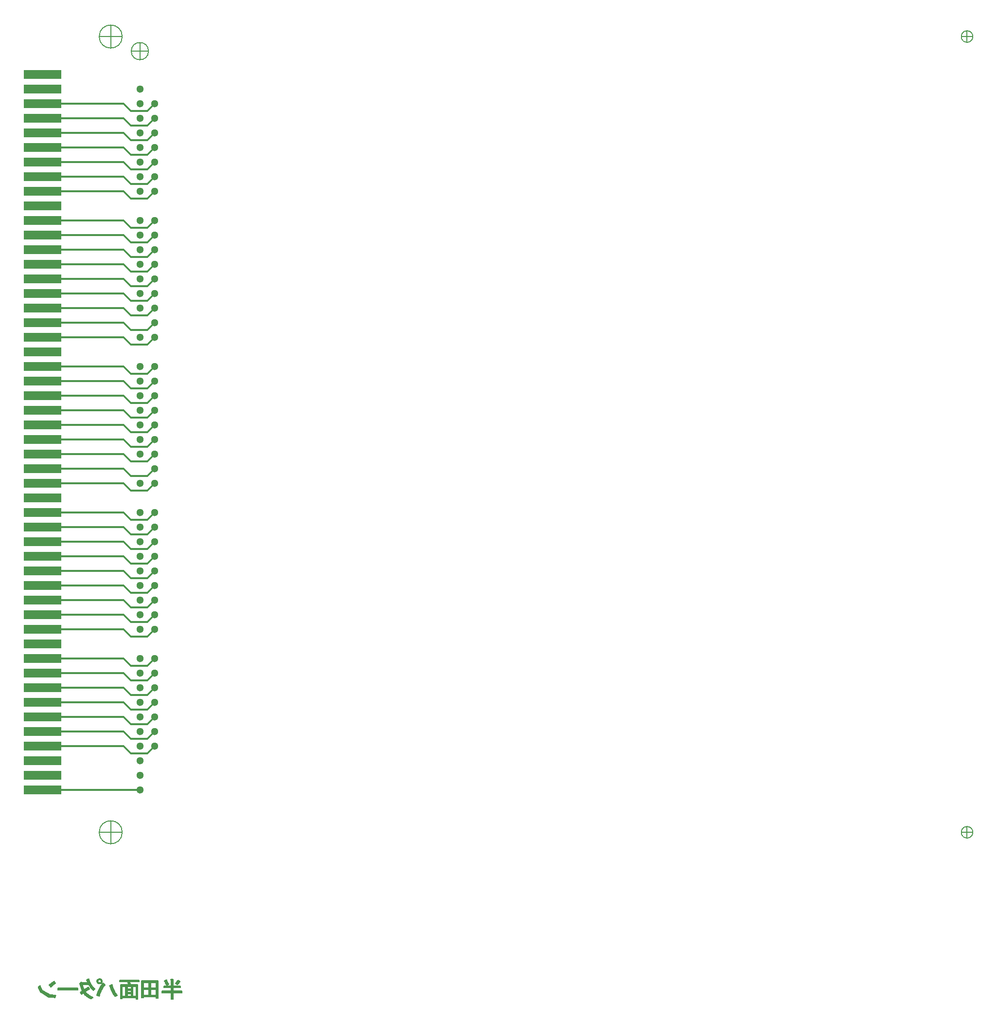
<source format=gbr>
G04 WinPCB Gerber Out *
G70*
G90*
G04 CSI RS-274X *
G04 Date: 2019/03/05 *
G04 Time: 11:11:37 *
%FSDAX66Y66*%
%MOIN*%
%IPPOS*%
%ADD10C,0.005906*%
%ADD11C,0.007874*%
%ADD12C,0.011811*%
%ADD13R,0.061024X0.061024*%
%ADD14C,0.051181*%
%C:\Users\user_EDA1\Documents\PC-98_C-BUS_Board\6.vgîÂ\01\2-1¼cÊzüw-L16.gbr*%
G01X000000000000Y000000000000D02*
G54D10*
X000001058110Y-000000844173D02*
X000001061181Y-000000838976D01*
D02*
X000001069212Y-000000827519D01*
D02*
X000001074055Y-000000821378D01*
D02*
X000001062362Y-000000812755D01*
D02*
X000001056811Y-000000817952D01*
D02*
X000001048189Y-000000829055D01*
D02*
X000001045118Y-000000834842D01*
D02*
X000001058110Y-000000844173D01*
X000001013818Y-000000887165D02*
X000000952283D01*
D02*
Y-000000898858D01*
D02*
X000001013818D01*
D02*
Y-000000943149D01*
D02*
X000001027874D01*
D02*
Y-000000898858D01*
D02*
X000001089409D01*
D02*
Y-000000887165D01*
D02*
X000001027874D01*
D02*
Y-000000864370D01*
D02*
X000001077126D01*
D02*
Y-000000852677D01*
D02*
X000001027874D01*
D02*
Y-000000806023D01*
D02*
X000001014409D01*
D02*
X000001011929Y-000000806378D01*
D02*
X000001011692Y-000000808149D01*
D02*
X000001013818Y-000000809685D01*
D02*
Y-000000852677D01*
D02*
X000000964566D01*
D02*
Y-000000864370D01*
D02*
X000001013818D01*
D02*
Y-000000887165D01*
X000000996574Y-000000840984D02*
X000000992559Y-000000834252D01*
D02*
X000000985826Y-000000819252D01*
D02*
X000000982992Y-000000810866D01*
D02*
X000000969527Y-000000816417D01*
D02*
X000000967755Y-000000817716D01*
D02*
X000000968346Y-000000818897D01*
D02*
X000000970708D01*
D02*
X000000974133Y-000000829055D01*
D02*
X000000980866Y-000000843228D01*
D02*
X000000984291Y-000000847244D01*
D02*
X000000996574Y-000000840984D01*
X000000911417Y-000000877362D02*
Y-000000914803D01*
D02*
X000000874448D01*
D02*
Y-000000877362D01*
D02*
X000000911417D01*
X000000874448Y-000000829409D02*
X000000911417D01*
D02*
Y-000000865669D01*
D02*
X000000874448D01*
D02*
Y-000000829409D01*
X000000862165Y-000000865669D02*
X000000824606D01*
D02*
Y-000000829409D01*
D02*
X000000862165D01*
D02*
Y-000000865669D01*
X000000824606Y-000000877362D02*
X000000862165D01*
D02*
Y-000000914803D01*
D02*
X000000824606D01*
D02*
Y-000000877362D01*
Y-000000933937D02*
Y-000000926496D01*
D02*
X000000911417D01*
D02*
Y-000000935708D01*
D02*
X000000925472D01*
D02*
Y-000000817716D01*
D02*
X000000810551D01*
D02*
Y-000000933937D01*
D02*
X000000824606D01*
X000000679212Y-000000939488D02*
Y-000000933346D01*
D02*
X000000773346D01*
D02*
Y-000000941850D01*
D02*
X000000785629D01*
D02*
Y-000000844763D01*
D02*
X000000735196D01*
D02*
X000000730236Y-000000824448D01*
D02*
X000000793070D01*
D02*
Y-000000812755D01*
D02*
X000000659606D01*
D02*
Y-000000824448D01*
D02*
X000000716181D01*
D02*
X000000722913Y-000000844763D01*
D02*
X000000666929D01*
D02*
Y-000000939488D01*
D02*
X000000679212D01*
X000000751850Y-000000856456D02*
X000000773346D01*
D02*
Y-000000921653D01*
D02*
X000000751850D01*
D02*
Y-000000856456D01*
X000000713110Y-000000906181D02*
X000000739566D01*
D02*
Y-000000921653D01*
D02*
X000000713110D01*
D02*
Y-000000906181D01*
Y-000000882204D02*
X000000739566D01*
D02*
Y-000000896378D01*
D02*
X000000713110D01*
D02*
Y-000000882204D01*
X000000739566Y-000000856456D02*
Y-000000872401D01*
D02*
X000000713110D01*
D02*
Y-000000856456D01*
D02*
X000000739566D01*
X000000700826D02*
Y-000000921653D01*
D02*
X000000679212D01*
D02*
Y-000000856456D01*
D02*
X000000700826D01*
X000000523425Y-000000837322D02*
X000000527086D01*
D02*
X000000533228Y-000000834960D01*
D02*
X000000535708Y-000000832480D01*
D02*
X000000538188Y-000000830000D01*
D02*
X000000540551Y-000000823858D01*
D02*
Y-000000820078D01*
D02*
Y-000000816417D01*
D02*
X000000538188Y-000000810275D01*
D02*
X000000535708Y-000000807795D01*
D02*
X000000533228Y-000000805433D01*
D02*
X000000527086Y-000000802952D01*
D02*
X000000523425D01*
D02*
X000000519763D01*
D02*
X000000513503Y-000000805433D01*
D02*
X000000511023Y-000000807795D01*
D02*
X000000508661Y-000000810275D01*
D02*
X000000506181Y-000000816417D01*
D02*
Y-000000820078D01*
D02*
Y-000000823858D01*
D02*
X000000508661Y-000000830000D01*
D02*
X000000511023Y-000000832480D01*
D02*
X000000513503Y-000000834960D01*
D02*
X000000519763Y-000000837322D01*
D02*
X000000523425D01*
Y-000000831181D02*
X000000520944D01*
D02*
X000000516929Y-000000829645D01*
D02*
X000000515393Y-000000828110D01*
D02*
X000000513858Y-000000826574D01*
D02*
X000000512322Y-000000822559D01*
D02*
Y-000000820078D01*
D02*
Y-000000817716D01*
D02*
X000000513858Y-000000813700D01*
D02*
X000000515393Y-000000812165D01*
D02*
X000000516929Y-000000810629D01*
D02*
X000000520944Y-000000809094D01*
D02*
X000000523425D01*
D02*
X000000525905D01*
D02*
X000000529803Y-000000810629D01*
D02*
X000000531338Y-000000812165D01*
D02*
X000000532874Y-000000813700D01*
D02*
X000000534409Y-000000817716D01*
D02*
Y-000000820078D01*
D02*
Y-000000822559D01*
D02*
X000000532874Y-000000826574D01*
D02*
X000000531338Y-000000828110D01*
D02*
X000000529803Y-000000829645D01*
D02*
X000000525905Y-000000831181D01*
D02*
X000000523425D01*
X000000547992Y-000000834252D02*
X000000532637Y-000000853622D01*
D02*
X000000510787Y-000000894606D01*
D02*
X000000504291Y-000000916102D01*
D02*
X000000520944Y-000000921653D01*
D02*
X000000528621Y-000000897322D01*
D02*
X000000548582Y-000000858582D01*
D02*
X000000560866Y-000000844173D01*
D02*
X000000547992Y-000000834252D01*
X000000594763Y-000000848425D02*
X000000592283Y-000000849960D01*
D02*
X000000592874Y-000000852795D01*
D02*
X000000595944Y-000000853976D01*
D02*
X000000601496Y-000000873346D01*
D02*
X000000619330Y-000000908779D01*
D02*
X000000631614Y-000000924724D01*
D02*
X000000645787Y-000000915511D01*
D02*
X000000632322Y-000000899212D01*
D02*
X000000614133Y-000000862362D01*
D02*
X000000609527Y-000000841692D01*
D02*
X000000594763Y-000000848425D01*
X000000438149Y-000000815826D02*
X000000439448Y-000000819488D01*
D02*
X000000442519Y-000000826574D01*
D02*
X000000444291Y-000000830000D01*
D02*
X000000403070D01*
D02*
X000000396338Y-000000827519D01*
D02*
X000000388307Y-000000835551D01*
D02*
X000000387125Y-000000837086D01*
D02*
X000000388425Y-000000839566D01*
D02*
X000000390787Y-000000840393D01*
D02*
X000000393267Y-000000852795D01*
D02*
X000000400708Y-000000875236D01*
D02*
X000000405551Y-000000885275D01*
D02*
X000000390787Y-000000895196D01*
D02*
X000000400000Y-000000908661D01*
D02*
X000000413582Y-000000898858D01*
D02*
X000000422559Y-000000911850D01*
D02*
X000000448070Y-000000932992D01*
D02*
X000000464606Y-000000941259D01*
D02*
X000000478779Y-000000930866D01*
D02*
X000000460354Y-000000923188D01*
D02*
X000000433897Y-000000902874D01*
D02*
X000000425866Y-000000890236D01*
D02*
X000000433543Y-000000885393D01*
D02*
X000000448661Y-000000876417D01*
D02*
X000000455984Y-000000872401D01*
D02*
X000000448661Y-000000861299D01*
D02*
X000000439094Y-000000865669D01*
D02*
X000000423385Y-000000873700D01*
D02*
X000000417244Y-000000877362D01*
D02*
X000000412637Y-000000867795D01*
D02*
X000000407086Y-000000850905D01*
D02*
X000000406141Y-000000843464D01*
D02*
X000000451141D01*
D02*
X000000456929Y-000000853976D01*
D02*
X000000471338Y-000000872992D01*
D02*
X000000479960Y-000000881614D01*
D02*
X000000491653Y-000000873582D01*
D02*
X000000476063Y-000000857283D01*
D02*
X000000455393Y-000000822913D01*
D02*
X000000450433Y-000000804724D01*
D02*
X000000435669Y-000000810866D01*
D02*
X000000433307Y-000000812165D01*
D02*
X000000434488Y-000000814645D01*
D02*
X000000438149Y-000000815826D01*
X000000373897Y-000000866259D02*
X000000236771D01*
D02*
Y-000000879842D01*
D02*
X000000373897D01*
D02*
Y-000000866259D01*
X000000102952Y-000000858818D02*
X000000119252Y-000000892716D01*
D02*
X000000174055Y-000000928385D01*
D02*
X000000212440Y-000000930157D01*
D02*
X000000213976Y-000000934173D01*
D02*
X000000217047Y-000000934763D01*
D02*
X000000218582Y-000000931456D01*
D02*
X000000223543Y-000000915511D01*
D02*
X000000183622Y-000000914566D01*
D02*
X000000129763Y-000000881614D01*
D02*
X000000115944Y-000000849606D01*
D02*
X000000102952Y-000000858818D01*
X000000189763D02*
X000000198031Y-000000851141D01*
D02*
X000000213740Y-000000838622D01*
D02*
X000000221062Y-000000833661D01*
D02*
X000000210669Y-000000820787D01*
D02*
X000000204173Y-000000824803D01*
D02*
X000000187874Y-000000838031D01*
D02*
X000000178070Y-000000847244D01*
D02*
X000000189763Y-000000858818D01*
X000001027874Y-000000943149D02*
X000001013818D01*
X000001027874Y-000000941378D02*
X000001013818D01*
X000000785629D02*
X000000773346D01*
X000001027874Y-000000939606D02*
X000001013818D01*
X000000785629D02*
X000000773346D01*
X000000466860D02*
X000000461299D01*
X000001027874Y-000000937834D02*
X000001013818D01*
X000000785629D02*
X000000773346D01*
X000000679212D02*
X000000666929D01*
X000000469277D02*
X000000457755D01*
X000001027874Y-000000936063D02*
X000001013818D01*
X000000785629D02*
X000000773346D01*
X000000679212D02*
X000000666929D01*
X000000471692D02*
X000000454212D01*
X000001027874Y-000000934291D02*
X000001013818D01*
X000000925472D02*
X000000911417D01*
X000000785629D02*
X000000773346D01*
X000000679212D02*
X000000666929D01*
X000000474109D02*
X000000450669D01*
X000000217266D02*
X000000214590D01*
X000001027874Y-000000932519D02*
X000001013818D01*
X000000925472D02*
X000000911417D01*
X000000824606D02*
X000000810551D01*
X000000785629D02*
X000000666929D01*
X000000476524D02*
X000000447500D01*
X000000218089D02*
X000000213344D01*
X000001027874Y-000000930748D02*
X000001013818D01*
X000000925472D02*
X000000911417D01*
X000000824606D02*
X000000810551D01*
X000000785629D02*
X000000666929D01*
X000000478495D02*
X000000445363D01*
X000000218803D02*
X000000212666D01*
X000001027874Y-000000928976D02*
X000001013818D01*
X000000925472D02*
X000000911417D01*
X000000824606D02*
X000000810551D01*
X000000785629D02*
X000000666929D01*
X000000474243D02*
X000000443225D01*
X000000219354D02*
X000000186850D01*
X000001027874Y-000000927204D02*
X000001013818D01*
X000000925472D02*
X000000911417D01*
X000000824606D02*
X000000810551D01*
X000000785629D02*
X000000666929D01*
X000000469991D02*
X000000441087D01*
X000000219905D02*
X000000172240D01*
X000001027874Y-000000925433D02*
X000001013818D01*
X000000925472D02*
X000000810551D01*
X000000785629D02*
X000000666929D01*
X000000465739D02*
X000000438949D01*
X000000220456D02*
X000000169518D01*
X000001027874Y-000000923661D02*
X000001013818D01*
X000000925472D02*
X000000810551D01*
X000000785629D02*
X000000666929D01*
X000000633249D02*
X000000630795D01*
X000000461487D02*
X000000436811D01*
X000000221007D02*
X000000166796D01*
X000001027874Y-000000921889D02*
X000001013818D01*
X000000925472D02*
X000000810551D01*
X000000785629D02*
X000000666929D01*
X000000635975D02*
X000000629430D01*
X000000458662D02*
X000000434673D01*
X000000221559D02*
X000000164074D01*
X000001027874Y-000000920118D02*
X000001013818D01*
X000000925472D02*
X000000810551D01*
X000000785629D02*
X000000773346D01*
X000000751850D02*
X000000739566D01*
X000000713110D02*
X000000700826D01*
X000000679212D02*
X000000666929D01*
X000000638700D02*
X000000628065D01*
X000000521429D02*
X000000516338D01*
X000000456355D02*
X000000432535D01*
X000000222110D02*
X000000161352D01*
X000001027874Y-000000918346D02*
X000001013818D01*
X000000925472D02*
X000000810551D01*
X000000785629D02*
X000000773346D01*
X000000751850D02*
X000000739566D01*
X000000713110D02*
X000000700826D01*
X000000679212D02*
X000000666929D01*
X000000641426D02*
X000000626700D01*
X000000521988D02*
X000000511023D01*
X000000454048D02*
X000000430398D01*
X000000222661D02*
X000000158630D01*
X000001027874Y-000000916574D02*
X000001013818D01*
X000000925472D02*
X000000810551D01*
X000000785629D02*
X000000773346D01*
X000000751850D02*
X000000739566D01*
X000000713110D02*
X000000700826D01*
X000000679212D02*
X000000666929D01*
X000000644152D02*
X000000625336D01*
X000000522547D02*
X000000505708D01*
X000000451740D02*
X000000428259D01*
X000000223212D02*
X000000155908D01*
X000001027874Y-000000914803D02*
X000001013818D01*
X000000925472D02*
X000000911417D01*
X000000874448D02*
X000000862165D01*
X000000824606D02*
X000000810551D01*
X000000785629D02*
X000000773346D01*
X000000751850D02*
X000000739566D01*
X000000713110D02*
X000000700826D01*
X000000679212D02*
X000000666929D01*
X000000645202D02*
X000000623970D01*
X000000523106D02*
X000000504684D01*
X000000449433D02*
X000000426122D01*
X000000193602D02*
X000000153186D01*
X000001027874Y-000000913031D02*
X000001013818D01*
X000000925472D02*
X000000911417D01*
X000000874448D02*
X000000862165D01*
X000000824606D02*
X000000810551D01*
X000000785629D02*
X000000773346D01*
X000000751850D02*
X000000739566D01*
X000000713110D02*
X000000700826D01*
X000000679212D02*
X000000666929D01*
X000000643738D02*
X000000622605D01*
X000000523665D02*
X000000505219D01*
X000000447125D02*
X000000423984D01*
X000000181112D02*
X000000150464D01*
X000001027874Y-000000911259D02*
X000001013818D01*
X000000925472D02*
X000000911417D01*
X000000874448D02*
X000000862165D01*
X000000824606D02*
X000000810551D01*
X000000785629D02*
X000000773346D01*
X000000751850D02*
X000000739566D01*
X000000713110D02*
X000000700826D01*
X000000679212D02*
X000000666929D01*
X000000642274D02*
X000000621241D01*
X000000524224D02*
X000000505754D01*
X000000444818D02*
X000000422151D01*
X000000178216D02*
X000000147742D01*
X000001027874Y-000000909488D02*
X000001013818D01*
X000000925472D02*
X000000911417D01*
X000000874448D02*
X000000862165D01*
X000000824606D02*
X000000810551D01*
X000000785629D02*
X000000773346D01*
X000000751850D02*
X000000739566D01*
X000000713110D02*
X000000700826D01*
X000000679212D02*
X000000666929D01*
X000000640811D02*
X000000619876D01*
X000000524783D02*
X000000506290D01*
X000000442511D02*
X000000420926D01*
X000000175321D02*
X000000145020D01*
X000001027874Y-000000907716D02*
X000001013818D01*
X000000925472D02*
X000000911417D01*
X000000874448D02*
X000000862165D01*
X000000824606D02*
X000000810551D01*
X000000785629D02*
X000000773346D01*
X000000751850D02*
X000000739566D01*
X000000713110D02*
X000000700826D01*
X000000679212D02*
X000000666929D01*
X000000639347D02*
X000000618795D01*
X000000525342D02*
X000000506825D01*
X000000440204D02*
X000000419702D01*
X000000401309D02*
X000000399353D01*
X000000172425D02*
X000000142298D01*
X000001027874Y-000000905944D02*
X000001013818D01*
X000000925472D02*
X000000911417D01*
X000000874448D02*
X000000862165D01*
X000000824606D02*
X000000810551D01*
X000000785629D02*
X000000773346D01*
X000000751850D02*
X000000700826D01*
X000000679212D02*
X000000666929D01*
X000000637884D02*
X000000617903D01*
X000000525901D02*
X000000507360D01*
X000000437896D02*
X000000418479D01*
X000000403763D02*
X000000398141D01*
X000000169529D02*
X000000139576D01*
X000001027874Y-000000904173D02*
X000001013818D01*
X000000925472D02*
X000000911417D01*
X000000874448D02*
X000000862165D01*
X000000824606D02*
X000000810551D01*
X000000785629D02*
X000000773346D01*
X000000751850D02*
X000000700826D01*
X000000679212D02*
X000000666929D01*
X000000636420D02*
X000000617012D01*
X000000526460D02*
X000000507896D01*
X000000435589D02*
X000000417254D01*
X000000406218D02*
X000000396929D01*
X000000166634D02*
X000000136854D01*
X000001027874Y-000000902401D02*
X000001013818D01*
X000000925472D02*
X000000911417D01*
X000000874448D02*
X000000862165D01*
X000000824606D02*
X000000810551D01*
X000000785629D02*
X000000773346D01*
X000000751850D02*
X000000700826D01*
X000000679212D02*
X000000666929D01*
X000000634957D02*
X000000616120D01*
X000000527019D02*
X000000508431D01*
X000000433597D02*
X000000416030D01*
X000000408673D02*
X000000395716D01*
X000000163739D02*
X000000134132D01*
X000001027874Y-000000900629D02*
X000001013818D01*
X000000925472D02*
X000000911417D01*
X000000874448D02*
X000000862165D01*
X000000824606D02*
X000000810551D01*
X000000785629D02*
X000000773346D01*
X000000751850D02*
X000000700826D01*
X000000679212D02*
X000000666929D01*
X000000633493D02*
X000000615228D01*
X000000527578D02*
X000000508966D01*
X000000432471D02*
X000000414806D01*
X000000411128D02*
X000000394504D01*
X000000160843D02*
X000000131410D01*
X000001089409Y-000000898858D02*
X000000952283D01*
X000000925472D02*
X000000911417D01*
X000000874448D02*
X000000862165D01*
X000000824606D02*
X000000810551D01*
X000000785629D02*
X000000773346D01*
X000000751850D02*
X000000700826D01*
X000000679212D02*
X000000666929D01*
X000000632148D02*
X000000614337D01*
X000000528137D02*
X000000509502D01*
X000000431345D02*
X000000393292D01*
X000000157947D02*
X000000128688D01*
X000001089409Y-000000897086D02*
X000000952283D01*
X000000925472D02*
X000000911417D01*
X000000874448D02*
X000000862165D01*
X000000824606D02*
X000000810551D01*
X000000785629D02*
X000000773346D01*
X000000751850D02*
X000000700826D01*
X000000679212D02*
X000000666929D01*
X000000631273D02*
X000000613445D01*
X000000528743D02*
X000000510037D01*
X000000430219D02*
X000000392080D01*
X000000155052D02*
X000000125966D01*
X000001089409Y-000000895315D02*
X000000952283D01*
X000000925472D02*
X000000911417D01*
X000000874448D02*
X000000862165D01*
X000000824606D02*
X000000810551D01*
X000000785629D02*
X000000773346D01*
X000000751850D02*
X000000739566D01*
X000000713110D02*
X000000700826D01*
X000000679212D02*
X000000666929D01*
X000000630399D02*
X000000612553D01*
X000000529656D02*
X000000510572D01*
X000000429093D02*
X000000390868D01*
X000000152156D02*
X000000123244D01*
X000001089409Y-000000893543D02*
X000000952283D01*
X000000925472D02*
X000000911417D01*
X000000874448D02*
X000000862165D01*
X000000824606D02*
X000000810551D01*
X000000785629D02*
X000000773346D01*
X000000751850D02*
X000000739566D01*
X000000713110D02*
X000000700826D01*
X000000679212D02*
X000000666929D01*
X000000629524D02*
X000000611661D01*
X000000530569D02*
X000000511354D01*
X000000427967D02*
X000000393248D01*
X000000149260D02*
X000000120522D01*
X000001089409Y-000000891771D02*
X000000952283D01*
X000000925472D02*
X000000911417D01*
X000000874448D02*
X000000862165D01*
X000000824606D02*
X000000810551D01*
X000000785629D02*
X000000773346D01*
X000000751850D02*
X000000739566D01*
X000000713110D02*
X000000700826D01*
X000000679212D02*
X000000666929D01*
X000000628649D02*
X000000610770D01*
X000000531482D02*
X000000512298D01*
X000000426842D02*
X000000395884D01*
X000000146365D02*
X000000118797D01*
X000001089409Y-000000890000D02*
X000000952283D01*
X000000925472D02*
X000000911417D01*
X000000874448D02*
X000000862165D01*
X000000824606D02*
X000000810551D01*
X000000785629D02*
X000000773346D01*
X000000751850D02*
X000000739566D01*
X000000713110D02*
X000000700826D01*
X000000679212D02*
X000000666929D01*
X000000627775D02*
X000000609878D01*
X000000532394D02*
X000000513242D01*
X000000426240D02*
X000000398520D01*
X000000143469D02*
X000000117945D01*
X000001089409Y-000000888228D02*
X000000952283D01*
X000000925472D02*
X000000911417D01*
X000000874448D02*
X000000862165D01*
X000000824606D02*
X000000810551D01*
X000000785629D02*
X000000773346D01*
X000000751850D02*
X000000739566D01*
X000000713110D02*
X000000700826D01*
X000000679212D02*
X000000666929D01*
X000000626901D02*
X000000608986D01*
X000000533307D02*
X000000514187D01*
X000000429049D02*
X000000401157D01*
X000000140574D02*
X000000117093D01*
X000001027874Y-000000886456D02*
X000001013818D01*
X000000925472D02*
X000000911417D01*
X000000874448D02*
X000000862165D01*
X000000824606D02*
X000000810551D01*
X000000785629D02*
X000000773346D01*
X000000751850D02*
X000000739566D01*
X000000713110D02*
X000000700826D01*
X000000679212D02*
X000000666929D01*
X000000626026D02*
X000000608094D01*
X000000534220D02*
X000000515132D01*
X000000431857D02*
X000000403793D01*
X000000137678D02*
X000000116241D01*
X000001027874Y-000000884685D02*
X000001013818D01*
X000000925472D02*
X000000911417D01*
X000000874448D02*
X000000862165D01*
X000000824606D02*
X000000810551D01*
X000000785629D02*
X000000773346D01*
X000000751850D02*
X000000739566D01*
X000000713110D02*
X000000700826D01*
X000000679212D02*
X000000666929D01*
X000000625152D02*
X000000607202D01*
X000000535133D02*
X000000516076D01*
X000000434737D02*
X000000405266D01*
X000000134783D02*
X000000115390D01*
X000001027874Y-000000882913D02*
X000001013818D01*
X000000925472D02*
X000000911417D01*
X000000874448D02*
X000000862165D01*
X000000824606D02*
X000000810551D01*
X000000785629D02*
X000000773346D01*
X000000751850D02*
X000000739566D01*
X000000713110D02*
X000000700826D01*
X000000679212D02*
X000000666929D01*
X000000624278D02*
X000000606311D01*
X000000536046D02*
X000000517021D01*
X000000437720D02*
X000000404411D01*
X000000131887D02*
X000000114538D01*
X000001027874Y-000000881141D02*
X000001013818D01*
X000000925472D02*
X000000911417D01*
X000000874448D02*
X000000862165D01*
X000000824606D02*
X000000810551D01*
X000000785629D02*
X000000773346D01*
X000000751850D02*
X000000700826D01*
X000000679212D02*
X000000666929D01*
X000000623403D02*
X000000605419D01*
X000000536959D02*
X000000517966D01*
X000000440704D02*
X000000403557D01*
X000000129559D02*
X000000113686D01*
X000001027874Y-000000879370D02*
X000001013818D01*
X000000925472D02*
X000000911417D01*
X000000874448D02*
X000000862165D01*
X000000824606D02*
X000000810551D01*
X000000785629D02*
X000000773346D01*
X000000751850D02*
X000000700826D01*
X000000679212D02*
X000000666929D01*
X000000622528D02*
X000000604528D01*
X000000537871D02*
X000000518910D01*
X000000483227D02*
X000000477716D01*
X000000443688D02*
X000000402702D01*
X000000373897D02*
X000000236771D01*
X000000128795D02*
X000000112834D01*
X000001027874Y-000000877598D02*
X000001013818D01*
X000000925472D02*
X000000911417D01*
X000000874448D02*
X000000862165D01*
X000000824606D02*
X000000810551D01*
X000000785629D02*
X000000773346D01*
X000000751850D02*
X000000700826D01*
X000000679212D02*
X000000666929D01*
X000000621654D02*
X000000603635D01*
X000000538785D02*
X000000519854D01*
X000000485807D02*
X000000475944D01*
X000000446672D02*
X000000401848D01*
X000000373897D02*
X000000236771D01*
X000000128030D02*
X000000111982D01*
X000001027874Y-000000875826D02*
X000001013818D01*
X000000925472D02*
X000000810551D01*
X000000785629D02*
X000000773346D01*
X000000751850D02*
X000000700826D01*
X000000679212D02*
X000000666929D01*
X000000620779D02*
X000000602744D01*
X000000539697D02*
X000000520799D01*
X000000488386D02*
X000000474173D01*
X000000449738D02*
X000000419819D01*
X000000416504D02*
X000000400993D01*
X000000373897D02*
X000000236771D01*
X000000127265D02*
X000000111130D01*
X000001027874Y-000000874055D02*
X000001013818D01*
X000000925472D02*
X000000810551D01*
X000000785629D02*
X000000773346D01*
X000000751850D02*
X000000700826D01*
X000000679212D02*
X000000666929D01*
X000000619905D02*
X000000601852D01*
X000000540610D02*
X000000521744D01*
X000000490965D02*
X000000472401D01*
X000000452969D02*
X000000422791D01*
X000000415651D02*
X000000400316D01*
X000000373897D02*
X000000236771D01*
X000000126500D02*
X000000110278D01*
X000001027874Y-000000872283D02*
X000001013818D01*
X000000925472D02*
X000000810551D01*
X000000785629D02*
X000000773346D01*
X000000751850D02*
X000000739566D01*
X000000713110D02*
X000000700826D01*
X000000679212D02*
X000000666929D01*
X000000619030D02*
X000000601191D01*
X000000541523D02*
X000000522688D01*
X000000490411D02*
X000000470801D01*
X000000455906D02*
X000000426158D01*
X000000414798D02*
X000000399729D01*
X000000373897D02*
X000000236771D01*
X000000125735D02*
X000000109426D01*
X000001027874Y-000000870511D02*
X000001013818D01*
X000000925472D02*
X000000810551D01*
X000000785629D02*
X000000773346D01*
X000000751850D02*
X000000739566D01*
X000000713110D02*
X000000700826D01*
X000000679212D02*
X000000666929D01*
X000000618156D02*
X000000600683D01*
X000000542436D02*
X000000523633D01*
X000000488716D02*
X000000469459D01*
X000000454737D02*
X000000429622D01*
X000000413945D02*
X000000399142D01*
X000000373897D02*
X000000236771D01*
X000000124970D02*
X000000108574D01*
X000001027874Y-000000868740D02*
X000001013818D01*
X000000925472D02*
X000000810551D01*
X000000785629D02*
X000000773346D01*
X000000751850D02*
X000000739566D01*
X000000713110D02*
X000000700826D01*
X000000679212D02*
X000000666929D01*
X000000617281D02*
X000000600176D01*
X000000543348D02*
X000000524578D01*
X000000487021D02*
X000000468116D01*
X000000453569D02*
X000000433088D01*
X000000413092D02*
X000000398554D01*
X000000373897D02*
X000000236771D01*
X000000124205D02*
X000000107723D01*
X000001027874Y-000000866968D02*
X000001013818D01*
X000000925472D02*
X000000810551D01*
X000000785629D02*
X000000773346D01*
X000000751850D02*
X000000739566D01*
X000000713110D02*
X000000700826D01*
X000000679212D02*
X000000666929D01*
X000000616407D02*
X000000599668D01*
X000000544261D02*
X000000525522D01*
X000000485326D02*
X000000466774D01*
X000000452400D02*
X000000436553D01*
X000000412366D02*
X000000397967D01*
X000000373897D02*
X000000236771D01*
X000000123440D02*
X000000106871D01*
X000001027874Y-000000865196D02*
X000001013818D01*
X000000925472D02*
X000000911417D01*
X000000874448D02*
X000000862165D01*
X000000824606D02*
X000000810551D01*
X000000785629D02*
X000000773346D01*
X000000751850D02*
X000000739566D01*
X000000713110D02*
X000000700826D01*
X000000679212D02*
X000000666929D01*
X000000615533D02*
X000000599160D01*
X000000545174D02*
X000000526466D01*
X000000483632D02*
X000000465431D01*
X000000451232D02*
X000000440128D01*
X000000411783D02*
X000000397379D01*
X000000122675D02*
X000000106019D01*
X000001077126Y-000000863425D02*
X000000964566D01*
X000000925472D02*
X000000911417D01*
X000000874448D02*
X000000862165D01*
X000000824606D02*
X000000810551D01*
X000000785629D02*
X000000773346D01*
X000000751850D02*
X000000739566D01*
X000000713110D02*
X000000700826D01*
X000000679212D02*
X000000666929D01*
X000000614658D02*
X000000598652D01*
X000000546087D02*
X000000527411D01*
X000000481937D02*
X000000464089D01*
X000000450063D02*
X000000444007D01*
X000000411201D02*
X000000396792D01*
X000000121910D02*
X000000105167D01*
X000001077126Y-000000861653D02*
X000000964566D01*
X000000925472D02*
X000000911417D01*
X000000874448D02*
X000000862165D01*
X000000824606D02*
X000000810551D01*
X000000785629D02*
X000000773346D01*
X000000751850D02*
X000000739566D01*
X000000713110D02*
X000000700826D01*
X000000679212D02*
X000000666929D01*
X000000613975D02*
X000000598145D01*
X000000547000D02*
X000000528355D01*
X000000480243D02*
X000000462746D01*
X000000410619D02*
X000000396205D01*
X000000121145D02*
X000000104315D01*
X000001077126Y-000000859881D02*
X000000964566D01*
X000000925472D02*
X000000911417D01*
X000000874448D02*
X000000862165D01*
X000000824606D02*
X000000810551D01*
X000000785629D02*
X000000773346D01*
X000000751850D02*
X000000739566D01*
X000000713110D02*
X000000700826D01*
X000000679212D02*
X000000666929D01*
X000000613580D02*
X000000597637D01*
X000000547913D02*
X000000529300D01*
X000000478548D02*
X000000461404D01*
X000000410037D02*
X000000395617D01*
X000000120380D02*
X000000103463D01*
X000001077126Y-000000858110D02*
X000000964566D01*
X000000925472D02*
X000000911417D01*
X000000874448D02*
X000000862165D01*
X000000824606D02*
X000000810551D01*
X000000785629D02*
X000000773346D01*
X000000751850D02*
X000000739566D01*
X000000713110D02*
X000000700826D01*
X000000679212D02*
X000000666929D01*
X000000613186D02*
X000000597129D01*
X000000548985D02*
X000000530244D01*
X000000476853D02*
X000000460061D01*
X000000409454D02*
X000000395029D01*
X000000190526D02*
X000000189048D01*
X000000119616D02*
X000000103952D01*
X000001077126Y-000000856338D02*
X000000964566D01*
X000000925472D02*
X000000911417D01*
X000000874448D02*
X000000862165D01*
X000000824606D02*
X000000810551D01*
X000000785629D02*
X000000666929D01*
X000000612791D02*
X000000596621D01*
X000000550495D02*
X000000531189D01*
X000000475494D02*
X000000458719D01*
X000000408872D02*
X000000394442D01*
X000000192434D02*
X000000187258D01*
X000000118851D02*
X000000106450D01*
X000001077126Y-000000854566D02*
X000000964566D01*
X000000925472D02*
X000000911417D01*
X000000874448D02*
X000000862165D01*
X000000824606D02*
X000000810551D01*
X000000785629D02*
X000000666929D01*
X000000612396D02*
X000000596114D01*
X000000552005D02*
X000000532134D01*
X000000474429D02*
X000000457376D01*
X000000408289D02*
X000000393855D01*
X000000194342D02*
X000000185468D01*
X000000118086D02*
X000000108949D01*
X000001077126Y-000000852795D02*
X000000964566D01*
X000000925472D02*
X000000911417D01*
X000000874448D02*
X000000862165D01*
X000000824606D02*
X000000810551D01*
X000000785629D02*
X000000666929D01*
X000000612001D02*
X000000592874D01*
X000000553516D02*
X000000533292D01*
X000000473364D02*
X000000456279D01*
X000000407707D02*
X000000393267D01*
X000000196250D02*
X000000183678D01*
X000000117321D02*
X000000111447D01*
X000001027874Y-000000851023D02*
X000001013818D01*
X000000925472D02*
X000000911417D01*
X000000874448D02*
X000000862165D01*
X000000824606D02*
X000000810551D01*
X000000785629D02*
X000000666929D01*
X000000611607D02*
X000000592504D01*
X000000555026D02*
X000000534697D01*
X000000472298D02*
X000000455303D01*
X000000407125D02*
X000000392913D01*
X000000198179D02*
X000000181889D01*
X000000116556D02*
X000000113946D01*
X000001027874Y-000000849252D02*
X000001013818D01*
X000000925472D02*
X000000911417D01*
X000000874448D02*
X000000862165D01*
X000000824606D02*
X000000810551D01*
X000000785629D02*
X000000666929D01*
X000000611212D02*
X000000593428D01*
X000000556537D02*
X000000536102D01*
X000000471233D02*
X000000454327D01*
X000000406876D02*
X000000392559D01*
X000000200402D02*
X000000180099D01*
X000001027874Y-000000847480D02*
X000001013818D01*
X000000925472D02*
X000000911417D01*
X000000874448D02*
X000000862165D01*
X000000824606D02*
X000000810551D01*
X000000785629D02*
X000000666929D01*
X000000610817D02*
X000000596835D01*
X000000558047D02*
X000000537506D01*
X000000470167D02*
X000000453352D01*
X000000406651D02*
X000000392204D01*
X000000202625D02*
X000000178309D01*
X000001027874Y-000000845708D02*
X000001013818D01*
X000000987304D02*
X000000982981D01*
X000000925472D02*
X000000911417D01*
X000000874448D02*
X000000862165D01*
X000000824606D02*
X000000810551D01*
X000000785629D02*
X000000666929D01*
X000000610422D02*
X000000600721D01*
X000000559557D02*
X000000538910D01*
X000000469102D02*
X000000452377D01*
X000000406426D02*
X000000391850D01*
X000000204848D02*
X000000179704D01*
X000001027874Y-000000843937D02*
X000001013818D01*
X000000990780D02*
X000000981470D01*
X000000925472D02*
X000000911417D01*
X000000874448D02*
X000000862165D01*
X000000824606D02*
X000000810551D01*
X000000734994D02*
X000000722639D01*
X000000610028D02*
X000000604606D01*
X000000560559D02*
X000000540315D01*
X000000468036D02*
X000000451401D01*
X000000406201D02*
X000000391496D01*
X000000207071D02*
X000000181589D01*
X000001059296Y-000000842165D02*
X000001055314D01*
X000001027874D02*
X000001013818D01*
X000000994257D02*
X000000980361D01*
X000000925472D02*
X000000911417D01*
X000000874448D02*
X000000862165D01*
X000000824606D02*
X000000810551D01*
X000000734562D02*
X000000722052D01*
X000000558260D02*
X000000541719D01*
X000000466971D02*
X000000391141D01*
X000000209294D02*
X000000183475D01*
X000001060343Y-000000840393D02*
X000001052847D01*
X000001027874D02*
X000001013818D01*
X000000996222D02*
X000000979519D01*
X000000925472D02*
X000000911417D01*
X000000874448D02*
X000000862165D01*
X000000824606D02*
X000000810551D01*
X000000734129D02*
X000000721465D01*
X000000555961D02*
X000000543123D01*
X000000465905D02*
X000000390787D01*
X000000211517D02*
X000000185360D01*
X000001061429Y-000000838622D02*
X000001050380D01*
X000001027874D02*
X000001013818D01*
X000000995165D02*
X000000978678D01*
X000000925472D02*
X000000911417D01*
X000000874448D02*
X000000862165D01*
X000000824606D02*
X000000810551D01*
X000000733697D02*
X000000720878D01*
X000000553662D02*
X000000544528D01*
X000000464840D02*
X000000387930D01*
X000000213740D02*
X000000187245D01*
X000001062671Y-000000836850D02*
X000001047913D01*
X000001027874D02*
X000001013818D01*
X000000994108D02*
X000000977836D01*
X000000925472D02*
X000000911417D01*
X000000874448D02*
X000000862165D01*
X000000824606D02*
X000000810551D01*
X000000733264D02*
X000000720290D01*
X000000551363D02*
X000000545932D01*
X000000528315D02*
X000000518511D01*
X000000463775D02*
X000000387307D01*
X000000216355D02*
X000000189329D01*
X000001063913Y-000000835078D02*
X000001045446D01*
X000001027874D02*
X000001013818D01*
X000000993052D02*
X000000976994D01*
X000000925472D02*
X000000911417D01*
X000000874448D02*
X000000862165D01*
X000000824606D02*
X000000810551D01*
X000000732831D02*
X000000719703D01*
X000000549065D02*
X000000547337D01*
X000000532921D02*
X000000513816D01*
X000000462709D02*
X000000388779D01*
X000000218970D02*
X000000191512D01*
X000001065155Y-000000833307D02*
X000001045932D01*
X000001027874D02*
X000001013818D01*
X000000992135D02*
X000000976153D01*
X000000925472D02*
X000000911417D01*
X000000874448D02*
X000000862165D01*
X000000824606D02*
X000000810551D01*
X000000732399D02*
X000000719116D01*
X000000534881D02*
X000000511850D01*
X000000461644D02*
X000000390551D01*
X000000220776D02*
X000000193695D01*
X000001066397Y-000000831535D02*
X000001046872D01*
X000001027874D02*
X000001013818D01*
X000000991339D02*
X000000975312D01*
X000000925472D02*
X000000911417D01*
X000000874448D02*
X000000862165D01*
X000000824606D02*
X000000810551D01*
X000000731966D02*
X000000718529D01*
X000000536653D02*
X000000510123D01*
X000000460578D02*
X000000392322D01*
X000000219346D02*
X000000195878D01*
X000001067639Y-000000829763D02*
X000001047813D01*
X000001027874D02*
X000001013818D01*
X000000990544D02*
X000000974470D01*
X000000925472D02*
X000000911417D01*
X000000874448D02*
X000000862165D01*
X000000824606D02*
X000000810551D01*
X000000731533D02*
X000000717942D01*
X000000538279D02*
X000000529503D01*
X000000517237D02*
X000000508566D01*
X000000459513D02*
X000000444168D01*
X000000402429D02*
X000000394094D01*
X000000217916D02*
X000000198060D01*
X000001068881Y-000000827992D02*
X000001049014D01*
X000001027874D02*
X000001013818D01*
X000000989749D02*
X000000973775D01*
X000000925472D02*
X000000810551D01*
X000000731101D02*
X000000717355D01*
X000000538961D02*
X000000531456D01*
X000000515275D02*
X000000507850D01*
X000000458447D02*
X000000443252D01*
X000000397620D02*
X000000395866D01*
X000000216485D02*
X000000200243D01*
X000001070237Y-000000826220D02*
X000001050390D01*
X000001027874D02*
X000001013818D01*
X000000988954D02*
X000000973177D01*
X000000925472D02*
X000000810551D01*
X000000730668D02*
X000000716768D01*
X000000539642D02*
X000000533009D01*
X000000513722D02*
X000000507135D01*
X000000457382D02*
X000000442366D01*
X000000215055D02*
X000000202427D01*
X000001071633Y-000000824448D02*
X000001051766D01*
X000001027874D02*
X000001013818D01*
X000000988159D02*
X000000972580D01*
X000000925472D02*
X000000810551D01*
X000000793070D02*
X000000659606D01*
X000000540323D02*
X000000533686D01*
X000000513045D02*
X000000506419D01*
X000000456316D02*
X000000441598D01*
X000000213625D02*
X000000204746D01*
X000001073030Y-000000822677D02*
X000001053142D01*
X000001027874D02*
X000001013818D01*
X000000987364D02*
X000000971983D01*
X000000925472D02*
X000000810551D01*
X000000793070D02*
X000000659606D01*
X000000540551D02*
X000000534364D01*
X000000512367D02*
X000000506181D01*
X000000455329D02*
X000000440830D01*
X000000212194D02*
X000000207612D01*
X000001073414Y-000000820905D02*
X000001054518D01*
X000001027874D02*
X000001013818D01*
X000000986568D02*
X000000971385D01*
X000000925472D02*
X000000810551D01*
X000000793070D02*
X000000659606D01*
X000000540551D02*
X000000534409D01*
X000000512322D02*
X000000506181D01*
X000000454845D02*
X000000440063D01*
X000001071011Y-000000819133D02*
X000001055894D01*
X000001027874D02*
X000001013818D01*
X000000985786D02*
X000000970788D01*
X000000925472D02*
X000000810551D01*
X000000793070D02*
X000000659606D01*
X000000540551D02*
X000000534409D01*
X000000512322D02*
X000000506181D01*
X000000454362D02*
X000000439323D01*
X000001068609Y-000000817362D02*
X000001057442D01*
X000001027874D02*
X000001013818D01*
X000000985187D02*
X000000968239D01*
X000000793070D02*
X000000659606D01*
X000000540551D02*
X000000534274D01*
X000000512458D02*
X000000506181D01*
X000000453879D02*
X000000438694D01*
X000001066206Y-000000815590D02*
X000001059333D01*
X000001027874D02*
X000001013818D01*
X000000984589D02*
X000000971533D01*
X000000793070D02*
X000000659606D01*
X000000540233D02*
X000000533596D01*
X000000513135D02*
X000000506514D01*
X000000453396D02*
X000000437417D01*
X000001063803Y-000000813818D02*
X000001061226D01*
X000001027874D02*
X000001013818D01*
X000000983990D02*
X000000975829D01*
X000000793070D02*
X000000659606D01*
X000000539552D02*
X000000532918D01*
X000000513812D02*
X000000507230D01*
X000000452913D02*
X000000434094D01*
X000001027874Y-000000812047D02*
X000001013818D01*
X000000983391D02*
X000000980127D01*
X000000538870D02*
X000000531220D01*
X000000515511D02*
X000000507946D01*
X000000452430D02*
X000000433521D01*
X000001027874Y-000000810275D02*
X000001013818D01*
X000000538188D02*
X000000528903D01*
X000000517855D02*
X000000508661D01*
X000000451946D02*
X000000437089D01*
X000001027874Y-000000808503D02*
X000001012183D01*
X000000536417D02*
X000000510348D01*
X000000451463D02*
X000000441347D01*
X000001027874Y-000000806732D02*
X000001011881D01*
X000000534592D02*
X000000512139D01*
X000000450980D02*
X000000445606D01*
X000000532058Y-000000804960D02*
X000000514696D01*
X000000527671Y-000000803188D02*
X000000519167D01*
G54D11*
X000000600000Y000000121259D02*
Y000000278740D01*
X000000521259Y000000200000D02*
X000000678740D01*
X000006469291Y000005610629D02*
Y000005689370D01*
X000006429921Y000005650000D02*
X000006508661D01*
X000000600000Y000005571259D02*
Y000005728740D01*
X000000521259Y000005650000D02*
X000000678740D01*
X000000800000Y000005490944D02*
Y000005609055D01*
X000000740944Y000005550000D02*
X000000859055D01*
X000006469291Y000000160629D02*
Y000000239370D01*
X000006429921Y000000200000D02*
X000006508661D01*
G75*
G01X000000678740Y000000200000D02*
G03I-000000078740J000000000000D01*
G74*
G75*
G01X000006508661Y000005650000D02*
G03I-000000039370J000000000000D01*
G74*
G75*
G01X000000678740Y000005650000D02*
G03I-000000078740J000000000000D01*
G74*
G75*
G01X000000859055Y000005550000D02*
G03I-000000059055J000000000000D01*
G74*
G75*
G01X000006508661Y000000200000D02*
G03I-000000039370J000000000000D01*
G74*
G54D12*
X000000150000Y000000489370D02*
X000000800000D01*
X000000150000Y000004789370D02*
X000000687503D01*
D02*
X000000737503Y000004739370D01*
D02*
X000000850000D01*
D02*
X000000900000Y000004789370D01*
X000000150000Y000003389370D02*
X000000687503D01*
D02*
X000000737503Y000003339370D01*
D02*
X000000850000D01*
D02*
X000000900000Y000003389370D01*
X000000150000Y000003689370D02*
X000000687503D01*
D02*
X000000737503Y000003639370D01*
D02*
X000000850000D01*
D02*
X000000900000Y000003689370D01*
X000000150000Y000003789370D02*
X000000687503D01*
D02*
X000000737503Y000003739370D01*
D02*
X000000850000D01*
D02*
X000000900000Y000003789370D01*
X000000150000Y000003889370D02*
X000000687503D01*
D02*
X000000737503Y000003839370D01*
D02*
X000000850000D01*
D02*
X000000900000Y000003889370D01*
X000000150000Y000003989370D02*
X000000687503D01*
D02*
X000000737503Y000003939370D01*
D02*
X000000850000D01*
D02*
X000000900000Y000003989370D01*
X000000150000Y000000789370D02*
X000000687503D01*
D02*
X000000737503Y000000739370D01*
D02*
X000000850000D01*
D02*
X000000900000Y000000789370D01*
X000000150000Y000000889370D02*
X000000687503D01*
D02*
X000000737503Y000000839370D01*
D02*
X000000850000D01*
D02*
X000000900000Y000000889370D01*
X000000150000Y000000989370D02*
X000000687503D01*
D02*
X000000737503Y000000939370D01*
D02*
X000000850000D01*
D02*
X000000900000Y000000989370D01*
X000000150000Y000001089370D02*
X000000687503D01*
D02*
X000000737503Y000001039370D01*
D02*
X000000850000D01*
D02*
X000000900000Y000001089370D01*
X000000150000Y000001189370D02*
X000000687503D01*
D02*
X000000737503Y000001139370D01*
D02*
X000000850000D01*
D02*
X000000900000Y000001189370D01*
X000000150000Y000001289370D02*
X000000687503D01*
D02*
X000000737503Y000001239370D01*
D02*
X000000850000D01*
D02*
X000000900000Y000001289370D01*
X000000150000Y000001389370D02*
X000000687503D01*
D02*
X000000737503Y000001339370D01*
D02*
X000000850000D01*
D02*
X000000900000Y000001389370D01*
X000000150000Y000001589370D02*
X000000687503D01*
D02*
X000000737503Y000001539370D01*
D02*
X000000850000D01*
D02*
X000000900000Y000001589370D01*
X000000150000Y000001689370D02*
X000000687503D01*
D02*
X000000737503Y000001639370D01*
D02*
X000000850000D01*
D02*
X000000900000Y000001689370D01*
X000000150000Y000001789370D02*
X000000687503D01*
D02*
X000000737503Y000001739370D01*
D02*
X000000850000D01*
D02*
X000000900000Y000001789370D01*
X000000150000Y000001889370D02*
X000000687503D01*
D02*
X000000737503Y000001839370D01*
D02*
X000000850000D01*
D02*
X000000900000Y000001889370D01*
X000000150000Y000001989370D02*
X000000687503D01*
D02*
X000000737503Y000001939370D01*
D02*
X000000850000D01*
D02*
X000000900000Y000001989370D01*
X000000150000Y000002089370D02*
X000000687503D01*
D02*
X000000737503Y000002039370D01*
D02*
X000000850000D01*
D02*
X000000900000Y000002089370D01*
X000000150000Y000002189370D02*
X000000687503D01*
D02*
X000000737503Y000002139370D01*
D02*
X000000850000D01*
D02*
X000000900000Y000002189370D01*
X000000150000Y000002289370D02*
X000000687503D01*
D02*
X000000737503Y000002239370D01*
D02*
X000000850000D01*
D02*
X000000900000Y000002289370D01*
X000000150000Y000002389370D02*
X000000687503D01*
D02*
X000000737503Y000002339370D01*
D02*
X000000850000D01*
D02*
X000000900000Y000002389370D01*
X000000150000Y000002589370D02*
X000000687503D01*
D02*
X000000737503Y000002539370D01*
D02*
X000000850000D01*
D02*
X000000900000Y000002589370D01*
X000000150000Y000002689370D02*
X000000687503D01*
D02*
X000000737503Y000002639370D01*
D02*
X000000850000D01*
D02*
X000000900000Y000002689370D01*
X000000150000Y000002789370D02*
X000000687503D01*
D02*
X000000737503Y000002739370D01*
D02*
X000000850000D01*
D02*
X000000900000Y000002789370D01*
X000000150000Y000002889370D02*
X000000687503D01*
D02*
X000000737503Y000002839370D01*
D02*
X000000850000D01*
D02*
X000000900000Y000002889370D01*
X000000150000Y000002989370D02*
X000000687503D01*
D02*
X000000737503Y000002939370D01*
D02*
X000000850000D01*
D02*
X000000900000Y000002989370D01*
X000000150000Y000003089370D02*
X000000687503D01*
D02*
X000000737503Y000003039370D01*
D02*
X000000850000D01*
D02*
X000000900000Y000003089370D01*
X000000150000Y000003189370D02*
X000000687503D01*
D02*
X000000737503Y000003139370D01*
D02*
X000000850000D01*
D02*
X000000900000Y000003189370D01*
X000000150000Y000003289370D02*
X000000687503D01*
D02*
X000000737503Y000003239370D01*
D02*
X000000850000D01*
D02*
X000000900000Y000003289370D01*
X000000150000Y000004089370D02*
X000000687503D01*
D02*
X000000737503Y000004039370D01*
D02*
X000000850000D01*
D02*
X000000900000Y000004089370D01*
Y000004389370D02*
X000000850000Y000004339370D01*
D02*
X000000737503D01*
D02*
X000000687503Y000004389370D01*
D02*
X000000150000D01*
Y000004689370D02*
X000000687503D01*
D02*
X000000737503Y000004639370D01*
D02*
X000000850000D01*
D02*
X000000900000Y000004689370D01*
X000000150000Y000004289370D02*
X000000687503D01*
D02*
X000000737503Y000004239370D01*
D02*
X000000850000D01*
D02*
X000000900000Y000004289370D01*
X000000150000Y000004989370D02*
X000000687503D01*
D02*
X000000737503Y000004939370D01*
D02*
X000000850000D01*
D02*
X000000900000Y000004989370D01*
X000000150000Y000003589370D02*
X000000687503D01*
D02*
X000000737503Y000003539370D01*
D02*
X000000850000D01*
D02*
X000000900000Y000003589370D01*
X000000150000Y000004889370D02*
X000000687503D01*
D02*
X000000737503Y000004839370D01*
D02*
X000000850000D01*
D02*
X000000900000Y000004889370D01*
X000000150000Y000005189370D02*
X000000687503D01*
D02*
X000000737503Y000005139370D01*
D02*
X000000850000D01*
D02*
X000000900000Y000005189370D01*
X000000150000Y000004589370D02*
X000000687503D01*
D02*
X000000737503Y000004539370D01*
D02*
X000000850000D01*
D02*
X000000900000Y000004589370D01*
X000000150000Y000004189370D02*
X000000687503D01*
D02*
X000000737503Y000004139370D01*
D02*
X000000850000D01*
D02*
X000000900000Y000004189370D01*
X000000150000Y000005089370D02*
X000000687503D01*
D02*
X000000737503Y000005039370D01*
D02*
X000000850000D01*
D02*
X000000900000Y000005089370D01*
G54D13*
X000000034448Y000000489370D02*
X000000230118D01*
X000000034448Y000000589370D02*
X000000230118D01*
X000000034448Y000000689370D02*
X000000230118D01*
X000000034448Y000000789370D02*
X000000230118D01*
X000000034448Y000000889370D02*
X000000230118D01*
X000000034448Y000000989370D02*
X000000230118D01*
X000000034448Y000001089370D02*
X000000230118D01*
X000000034448Y000001189370D02*
X000000230118D01*
X000000034448Y000001289370D02*
X000000230118D01*
X000000034448Y000001389370D02*
X000000230118D01*
X000000034448Y000001489370D02*
X000000230118D01*
X000000034448Y000001589370D02*
X000000230118D01*
X000000034448Y000001689370D02*
X000000230118D01*
X000000034448Y000001789370D02*
X000000230118D01*
X000000034448Y000001889370D02*
X000000230118D01*
X000000034448Y000001989370D02*
X000000230118D01*
X000000034448Y000002089370D02*
X000000230118D01*
X000000034448Y000002189370D02*
X000000230118D01*
X000000034448Y000002289370D02*
X000000230118D01*
X000000034448Y000002389370D02*
X000000230118D01*
X000000034448Y000002489370D02*
X000000230118D01*
X000000034448Y000002589370D02*
X000000230118D01*
X000000034448Y000002689370D02*
X000000230118D01*
X000000034448Y000002789370D02*
X000000230118D01*
X000000034448Y000002889370D02*
X000000230118D01*
X000000034448Y000002989370D02*
X000000230118D01*
X000000034448Y000003089370D02*
X000000230118D01*
X000000034448Y000003189370D02*
X000000230118D01*
X000000034448Y000003289370D02*
X000000230118D01*
X000000034448Y000003389370D02*
X000000230118D01*
X000000034448Y000003489370D02*
X000000230118D01*
X000000034448Y000003589370D02*
X000000230118D01*
X000000034448Y000003689370D02*
X000000230118D01*
X000000034448Y000003789370D02*
X000000230118D01*
X000000034448Y000003889370D02*
X000000230118D01*
X000000034448Y000003989370D02*
X000000230118D01*
X000000034448Y000004089370D02*
X000000230118D01*
X000000034448Y000004189370D02*
X000000230118D01*
X000000034448Y000004289370D02*
X000000230118D01*
X000000034448Y000004389370D02*
X000000230118D01*
X000000034448Y000004489370D02*
X000000230118D01*
X000000034448Y000004589370D02*
X000000230118D01*
X000000034448Y000004689370D02*
X000000230118D01*
X000000034448Y000004789370D02*
X000000230118D01*
X000000034448Y000004889370D02*
X000000230118D01*
X000000034448Y000004989370D02*
X000000230118D01*
X000000034448Y000005089370D02*
X000000230118D01*
X000000034448Y000005189370D02*
X000000230118D01*
X000000034448Y000005289370D02*
X000000230118D01*
X000000034448Y000005389370D02*
X000000230118D01*
G54D14*
X000000800000Y000005289370D03*
X000000900000Y000005189370D03*
Y000005089370D03*
Y000004989370D03*
Y000003789370D03*
Y000003689370D03*
Y000003589369D03*
Y000003389370D03*
Y000003289370D03*
Y000003189370D03*
Y000003089369D03*
Y000002989370D03*
Y000002889370D03*
Y000002789370D03*
Y000002689370D03*
Y000002589369D03*
Y000002389370D03*
Y000002289370D03*
Y000002189370D03*
Y000002089369D03*
Y000001989369D03*
Y000001889370D03*
Y000001789370D03*
Y000001689369D03*
Y000001589370D03*
Y000001389370D03*
Y000001289370D03*
Y000001189369D03*
Y000001089370D03*
Y000000989370D03*
Y000000889370D03*
Y000000789370D03*
X000000800000Y000003589369D03*
Y000002589369D03*
Y000000689370D03*
Y000000589370D03*
Y000000489370D03*
Y000000789370D03*
Y000000889370D03*
Y000000989370D03*
Y000001089370D03*
Y000001189369D03*
Y000001289370D03*
Y000001389370D03*
Y000001589370D03*
Y000001689369D03*
Y000001789370D03*
Y000001889370D03*
Y000001989369D03*
Y000002089369D03*
Y000002189370D03*
Y000002289370D03*
Y000002389370D03*
Y000002789370D03*
Y000002889370D03*
Y000002989370D03*
Y000003089369D03*
Y000003189370D03*
Y000003289370D03*
Y000003389370D03*
X000000900000Y000003889370D03*
Y000003989370D03*
Y000004189370D03*
Y000004089369D03*
Y000004389370D03*
Y000004289370D03*
Y000004589370D03*
Y000004689370D03*
Y000004889370D03*
Y000004789370D03*
X000000800000Y000003789370D03*
Y000003889370D03*
Y000003989370D03*
Y000004089369D03*
Y000004189370D03*
Y000004289370D03*
Y000004389370D03*
Y000004589370D03*
Y000004689370D03*
Y000004789370D03*
Y000004889370D03*
Y000004989370D03*
Y000005089370D03*
Y000005189370D03*
M02*

</source>
